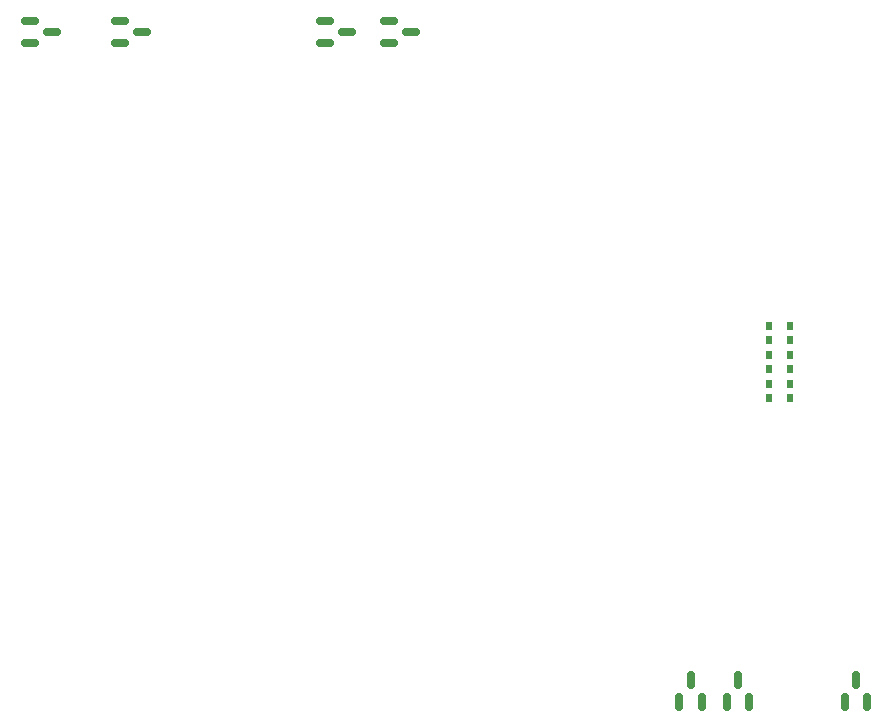
<source format=gbr>
%TF.GenerationSoftware,KiCad,Pcbnew,(6.0.0)*%
%TF.CreationDate,2022-06-20T15:54:39+02:00*%
%TF.ProjectId,PulseOximeter,50756c73-654f-4786-996d-657465722e6b,rev?*%
%TF.SameCoordinates,Original*%
%TF.FileFunction,Paste,Top*%
%TF.FilePolarity,Positive*%
%FSLAX46Y46*%
G04 Gerber Fmt 4.6, Leading zero omitted, Abs format (unit mm)*
G04 Created by KiCad (PCBNEW (6.0.0)) date 2022-06-20 15:54:39*
%MOMM*%
%LPD*%
G01*
G04 APERTURE LIST*
G04 Aperture macros list*
%AMRoundRect*
0 Rectangle with rounded corners*
0 $1 Rounding radius*
0 $2 $3 $4 $5 $6 $7 $8 $9 X,Y pos of 4 corners*
0 Add a 4 corners polygon primitive as box body*
4,1,4,$2,$3,$4,$5,$6,$7,$8,$9,$2,$3,0*
0 Add four circle primitives for the rounded corners*
1,1,$1+$1,$2,$3*
1,1,$1+$1,$4,$5*
1,1,$1+$1,$6,$7*
1,1,$1+$1,$8,$9*
0 Add four rect primitives between the rounded corners*
20,1,$1+$1,$2,$3,$4,$5,0*
20,1,$1+$1,$4,$5,$6,$7,0*
20,1,$1+$1,$6,$7,$8,$9,0*
20,1,$1+$1,$8,$9,$2,$3,0*%
G04 Aperture macros list end*
%ADD10RoundRect,0.150000X0.150000X-0.587500X0.150000X0.587500X-0.150000X0.587500X-0.150000X-0.587500X0*%
%ADD11R,0.500000X0.800000*%
%ADD12RoundRect,0.150000X-0.587500X-0.150000X0.587500X-0.150000X0.587500X0.150000X-0.587500X0.150000X0*%
G04 APERTURE END LIST*
D10*
%TO.C,Q7*%
X154050000Y-120937500D03*
X155950000Y-120937500D03*
X155000000Y-119062500D03*
%TD*%
D11*
%TO.C,U2*%
X149450000Y-91548000D03*
X149450000Y-92772000D03*
X149450000Y-90320000D03*
X147650000Y-90320000D03*
X147650000Y-91548000D03*
X147650000Y-92772000D03*
X147650000Y-95220000D03*
X147650000Y-94000000D03*
X149450000Y-89100000D03*
X147650000Y-89100000D03*
X149450000Y-95220000D03*
X149450000Y-94000000D03*
%TD*%
D10*
%TO.C,Q6*%
X144050000Y-120937500D03*
X145950000Y-120937500D03*
X145000000Y-119062500D03*
%TD*%
D12*
%TO.C,Q4*%
X115462500Y-63250000D03*
X115462500Y-65150000D03*
X117337500Y-64200000D03*
%TD*%
%TO.C,Q3*%
X110062500Y-63250000D03*
X110062500Y-65150000D03*
X111937500Y-64200000D03*
%TD*%
%TO.C,Q1*%
X85062500Y-63250000D03*
X85062500Y-65150000D03*
X86937500Y-64200000D03*
%TD*%
D10*
%TO.C,Q5*%
X140050000Y-120937500D03*
X141950000Y-120937500D03*
X141000000Y-119062500D03*
%TD*%
D12*
%TO.C,Q2*%
X92662500Y-63250000D03*
X92662500Y-65150000D03*
X94537500Y-64200000D03*
%TD*%
M02*

</source>
